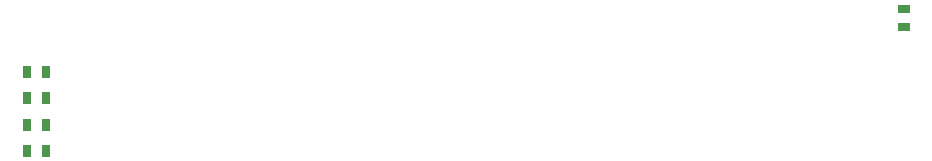
<source format=gbp>
%FSLAX25Y25*%
%MOIN*%
G70*
G01*
G75*
G04 Layer_Color=128*
%ADD10R,0.07874X0.07874*%
%ADD11R,0.07087X0.07087*%
%ADD12R,0.03937X0.01575*%
%ADD13R,0.03937X0.03150*%
%ADD14R,0.03150X0.03937*%
%ADD15R,0.03937X0.04724*%
%ADD16R,0.04724X0.03937*%
%ADD17R,0.05118X0.05118*%
%ADD18R,0.02362X0.00787*%
%ADD19R,0.03150X0.00787*%
%ADD20R,0.00787X0.02362*%
%ADD21R,0.00787X0.03150*%
%ADD22C,0.04724*%
%ADD23R,0.11811X0.08268*%
%ADD24R,0.05118X0.03150*%
%ADD25R,0.05118X0.03150*%
%ADD26R,0.05000X0.03600*%
%ADD27R,0.03600X0.03600*%
%ADD28R,0.03600X0.05000*%
%ADD29R,0.03600X0.03600*%
%ADD30R,0.08898X0.12402*%
%ADD31R,0.05906X0.02400*%
%ADD32R,0.05118X0.01260*%
%ADD33C,0.02756*%
%ADD34C,0.00787*%
%ADD35C,0.02362*%
%ADD36C,0.01969*%
%ADD37R,0.09252X0.06142*%
%ADD38C,0.05118*%
%ADD39R,0.05906X0.05906*%
%ADD40C,0.05906*%
%ADD41C,0.01969*%
%ADD42C,0.02756*%
%ADD43C,0.01000*%
%ADD44C,0.00600*%
%ADD45C,0.00984*%
%ADD46C,0.00500*%
%ADD47C,0.00709*%
%ADD48C,0.00591*%
%ADD49C,0.01200*%
%ADD50C,0.00492*%
%ADD51R,0.08674X0.08674*%
%ADD52R,0.07887X0.07887*%
%ADD53R,0.04737X0.02375*%
%ADD54R,0.04737X0.03950*%
%ADD55R,0.03950X0.04737*%
%ADD56R,0.04737X0.05524*%
%ADD57R,0.05524X0.04737*%
%ADD58R,0.05918X0.05918*%
%ADD59R,0.03162X0.01587*%
%ADD60R,0.03950X0.01587*%
%ADD61R,0.01587X0.03162*%
%ADD62R,0.01587X0.03950*%
%ADD63C,0.05524*%
%ADD64R,0.12611X0.09068*%
%ADD65R,0.05918X0.03950*%
%ADD66R,0.05918X0.03950*%
%ADD67R,0.05800X0.04400*%
%ADD68R,0.04400X0.04400*%
%ADD69R,0.04400X0.05800*%
%ADD70R,0.04400X0.04400*%
%ADD71R,0.09698X0.13202*%
%ADD72R,0.06706X0.03200*%
%ADD73R,0.05918X0.02060*%
%ADD74C,0.05918*%
%ADD75R,0.06706X0.06706*%
%ADD76C,0.06706*%
%ADD77C,0.02769*%
%ADD78C,0.03556*%
D13*
X309890Y-17420D02*
D03*
Y-23720D02*
D03*
D14*
X17477Y-56142D02*
D03*
X23776D02*
D03*
X17477Y-38429D02*
D03*
X23776D02*
D03*
X17477Y-47285D02*
D03*
X23776D02*
D03*
X17477Y-64999D02*
D03*
X23776D02*
D03*
M02*

</source>
